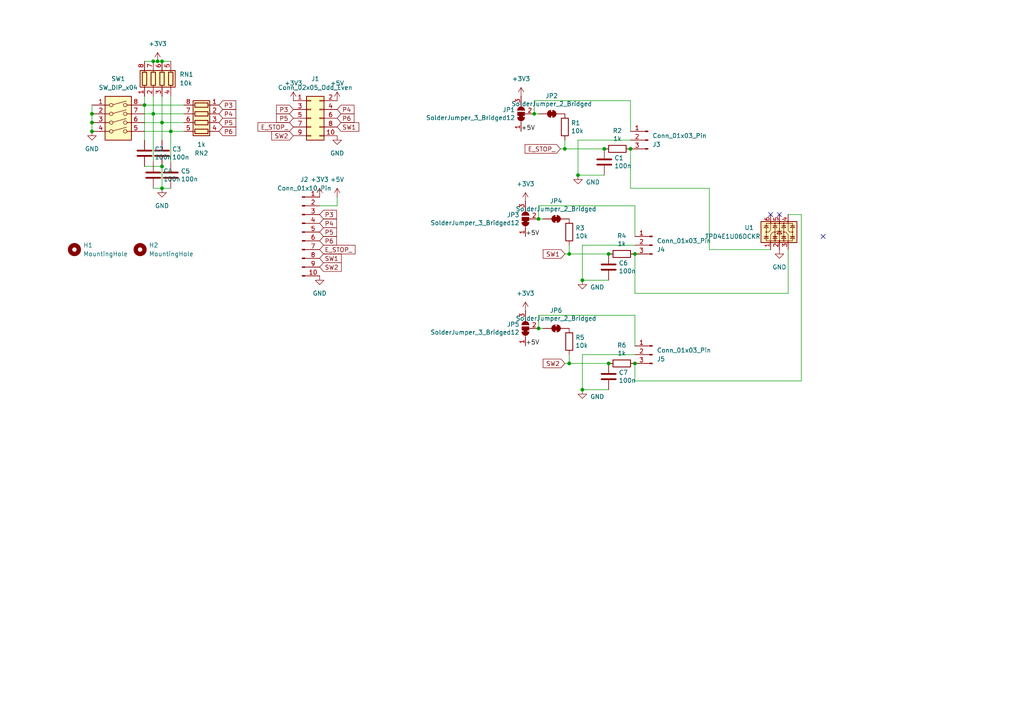
<source format=kicad_sch>
(kicad_sch (version 20231120) (generator "eeschema") (generator_version "8.0")
  (paper "A4")
  (lib_symbols
    (symbol "Connector:Conn_01x03_Pin" (pin_names (offset 1.016) hide)
      (property "Reference" "J" (at 0 5.08 0))
      (property "Value" "Conn_01x03_Pin" (at 0 -5.08 0))
      (symbol "Conn_01x03_Pin_1_1"
        (polyline (pts (xy 1.27 -2.54) (xy 0.8636 -2.54)) (stroke (width 0.1524)))
        (polyline (pts (xy 1.27 0) (xy 0.8636 0)) (stroke (width 0.1524)))
        (polyline (pts (xy 1.27 2.54) (xy 0.8636 2.54)) (stroke (width 0.1524)))
        (rectangle (start 0.8636 -2.413) (end 0 -2.667) (stroke (width 0.1524)) (fill (type outline)))
        (rectangle (start 0.8636 0.127) (end 0 -0.127) (stroke (width 0.1524)) (fill (type outline)))
        (rectangle (start 0.8636 2.667) (end 0 2.413) (stroke (width 0.1524)) (fill (type outline)))
        (pin passive line (at 5.08 2.54 180) (length 3.81) (name "Pin_1") (number "1"))
        (pin passive line (at 5.08 0 180) (length 3.81) (name "Pin_2") (number "2"))
        (pin passive line (at 5.08 -2.54 180) (length 3.81) (name "Pin_3") (number "3"))
      )
    )
    (symbol "Connector:Conn_01x10_Pin" (pin_names (offset 1.016) hide)
      (property "Reference" "J" (at 0 12.7 0))
      (property "Value" "Conn_01x10_Pin" (at 0 -15.24 0))
      (symbol "Conn_01x10_Pin_1_1"
        (polyline (pts (xy 1.27 -12.7) (xy 0.8636 -12.7)) (stroke (width 0.1524)))
        (polyline (pts (xy 1.27 -10.16) (xy 0.8636 -10.16)) (stroke (width 0.1524)))
        (polyline (pts (xy 1.27 -7.62) (xy 0.8636 -7.62)) (stroke (width 0.1524)))
        (polyline (pts (xy 1.27 -5.08) (xy 0.8636 -5.08)) (stroke (width 0.1524)))
        (polyline (pts (xy 1.27 -2.54) (xy 0.8636 -2.54)) (stroke (width 0.1524)))
        (polyline (pts (xy 1.27 0) (xy 0.8636 0)) (stroke (width 0.1524)))
        (polyline (pts (xy 1.27 2.54) (xy 0.8636 2.54)) (stroke (width 0.1524)))
        (polyline (pts (xy 1.27 5.08) (xy 0.8636 5.08)) (stroke (width 0.1524)))
        (polyline (pts (xy 1.27 7.62) (xy 0.8636 7.62)) (stroke (width 0.1524)))
        (polyline (pts (xy 1.27 10.16) (xy 0.8636 10.16)) (stroke (width 0.1524)))
        (rectangle (start 0.8636 -12.573) (end 0 -12.827) (stroke (width 0.1524)) (fill (type outline)))
        (rectangle (start 0.8636 -10.033) (end 0 -10.287) (stroke (width 0.1524)) (fill (type outline)))
        (rectangle (start 0.8636 -7.493) (end 0 -7.747) (stroke (width 0.1524)) (fill (type outline)))
        (rectangle (start 0.8636 -4.953) (end 0 -5.207) (stroke (width 0.1524)) (fill (type outline)))
        (rectangle (start 0.8636 -2.413) (end 0 -2.667) (stroke (width 0.1524)) (fill (type outline)))
        (rectangle (start 0.8636 0.127) (end 0 -0.127) (stroke (width 0.1524)) (fill (type outline)))
        (rectangle (start 0.8636 2.667) (end 0 2.413) (stroke (width 0.1524)) (fill (type outline)))
        (rectangle (start 0.8636 5.207) (end 0 4.953) (stroke (width 0.1524)) (fill (type outline)))
        (rectangle (start 0.8636 7.747) (end 0 7.493) (stroke (width 0.1524)) (fill (type outline)))
        (rectangle (start 0.8636 10.287) (end 0 10.033) (stroke (width 0.1524)) (fill (type outline)))
        (pin passive line (at 5.08 10.16 180) (length 3.81) (name "Pin_1") (number "1"))
        (pin passive line (at 5.08 -12.7 180) (length 3.81) (name "Pin_10") (number "10"))
        (pin passive line (at 5.08 7.62 180) (length 3.81) (name "Pin_2") (number "2"))
        (pin passive line (at 5.08 5.08 180) (length 3.81) (name "Pin_3") (number "3"))
        (pin passive line (at 5.08 2.54 180) (length 3.81) (name "Pin_4") (number "4"))
        (pin passive line (at 5.08 0 180) (length 3.81) (name "Pin_5") (number "5"))
        (pin passive line (at 5.08 -2.54 180) (length 3.81) (name "Pin_6") (number "6"))
        (pin passive line (at 5.08 -5.08 180) (length 3.81) (name "Pin_7") (number "7"))
        (pin passive line (at 5.08 -7.62 180) (length 3.81) (name "Pin_8") (number "8"))
        (pin passive line (at 5.08 -10.16 180) (length 3.81) (name "Pin_9") (number "9"))
      )
    )
    (symbol "Connector_Generic:Conn_02x05_Odd_Even" (pin_names (offset 1.016) hide)
      (property "Reference" "J" (at 1.27 7.62 0))
      (property "Value" "Conn_02x05_Odd_Even" (at 1.27 -7.62 0))
      (symbol "Conn_02x05_Odd_Even_1_1"
        (rectangle (start -1.27 -4.953) (end 0 -5.207) (stroke (width 0.1524)))
        (rectangle (start -1.27 -2.413) (end 0 -2.667) (stroke (width 0.1524)))
        (rectangle (start -1.27 0.127) (end 0 -0.127) (stroke (width 0.1524)))
        (rectangle (start -1.27 2.667) (end 0 2.413) (stroke (width 0.1524)))
        (rectangle (start -1.27 5.207) (end 0 4.953) (stroke (width 0.1524)))
        (rectangle (start -1.27 6.35) (end 3.81 -6.35) (stroke (width 0.254)) (fill (type background)))
        (rectangle (start 3.81 -4.953) (end 2.54 -5.207) (stroke (width 0.1524)))
        (rectangle (start 3.81 -2.413) (end 2.54 -2.667) (stroke (width 0.1524)))
        (rectangle (start 3.81 0.127) (end 2.54 -0.127) (stroke (width 0.1524)))
        (rectangle (start 3.81 2.667) (end 2.54 2.413) (stroke (width 0.1524)))
        (rectangle (start 3.81 5.207) (end 2.54 4.953) (stroke (width 0.1524)))
        (pin passive line (at -5.08 5.08 0) (length 3.81) (name "Pin_1") (number "1"))
        (pin passive line (at 7.62 -5.08 180) (length 3.81) (name "Pin_10") (number "10"))
        (pin passive line (at 7.62 5.08 180) (length 3.81) (name "Pin_2") (number "2"))
        (pin passive line (at -5.08 2.54 0) (length 3.81) (name "Pin_3") (number "3"))
        (pin passive line (at 7.62 2.54 180) (length 3.81) (name "Pin_4") (number "4"))
        (pin passive line (at -5.08 0 0) (length 3.81) (name "Pin_5") (number "5"))
        (pin passive line (at 7.62 0 180) (length 3.81) (name "Pin_6") (number "6"))
        (pin passive line (at -5.08 -2.54 0) (length 3.81) (name "Pin_7") (number "7"))
        (pin passive line (at 7.62 -2.54 180) (length 3.81) (name "Pin_8") (number "8"))
        (pin passive line (at -5.08 -5.08 0) (length 3.81) (name "Pin_9") (number "9"))
      )
    )
    (symbol "Device:C" (pin_numbers hide) (pin_names (offset 0.254))
      (property "Reference" "C" (at 0.635 2.54 0))
      (property "Value" "C" (at 0.635 -2.54 0))
      (symbol "C_0_1"
        (polyline (pts (xy -2.032 -0.762) (xy 2.032 -0.762)) (stroke (width 0.508)))
        (polyline (pts (xy -2.032 0.762) (xy 2.032 0.762)) (stroke (width 0.508)))
      )
      (symbol "C_1_1"
        (pin passive line (at 0 3.81 270) (length 2.794) (name "~") (number "1"))
        (pin passive line (at 0 -3.81 90) (length 2.794) (name "~") (number "2"))
      )
    )
    (symbol "Device:R" (pin_numbers hide) (pin_names (offset 0))
      (property "Reference" "R" (at 2.032 0 90))
      (property "Value" "R" (at 0 0 90))
      (symbol "R_0_1"
        (rectangle (start -1.016 -2.54) (end 1.016 2.54) (stroke (width 0.254)))
      )
      (symbol "R_1_1"
        (pin passive line (at 0 3.81 270) (length 1.27) (name "~") (number "1"))
        (pin passive line (at 0 -3.81 90) (length 1.27) (name "~") (number "2"))
      )
    )
    (symbol "Device:R_Pack04" (pin_names (offset 0) hide)
      (property "Reference" "RN" (at -7.62 0 90))
      (property "Value" "R_Pack04" (at 5.08 0 90))
      (symbol "R_Pack04_0_1"
        (rectangle (start -6.35 -2.413) (end 3.81 2.413) (stroke (width 0.254)) (fill (type background)))
        (rectangle (start -5.715 1.905) (end -4.445 -1.905) (stroke (width 0.254)))
        (rectangle (start -3.175 1.905) (end -1.905 -1.905) (stroke (width 0.254)))
        (rectangle (start -0.635 1.905) (end 0.635 -1.905) (stroke (width 0.254)))
        (polyline (pts (xy -5.08 -2.54) (xy -5.08 -1.905)))
        (polyline (pts (xy -5.08 1.905) (xy -5.08 2.54)))
        (polyline (pts (xy -2.54 -2.54) (xy -2.54 -1.905)))
        (polyline (pts (xy -2.54 1.905) (xy -2.54 2.54)))
        (polyline (pts (xy 0 -2.54) (xy 0 -1.905)))
        (polyline (pts (xy 0 1.905) (xy 0 2.54)))
        (polyline (pts (xy 2.54 -2.54) (xy 2.54 -1.905)))
        (polyline (pts (xy 2.54 1.905) (xy 2.54 2.54)))
        (rectangle (start 1.905 1.905) (end 3.175 -1.905) (stroke (width 0.254)))
      )
      (symbol "R_Pack04_1_1"
        (pin passive line (at -5.08 -5.08 90) (length 2.54) (name "R1.1") (number "1"))
        (pin passive line (at -2.54 -5.08 90) (length 2.54) (name "R2.1") (number "2"))
        (pin passive line (at 0 -5.08 90) (length 2.54) (name "R3.1") (number "3"))
        (pin passive line (at 2.54 -5.08 90) (length 2.54) (name "R4.1") (number "4"))
        (pin passive line (at 2.54 5.08 270) (length 2.54) (name "R4.2") (number "5"))
        (pin passive line (at 0 5.08 270) (length 2.54) (name "R3.2") (number "6"))
        (pin passive line (at -2.54 5.08 270) (length 2.54) (name "R2.2") (number "7"))
        (pin passive line (at -5.08 5.08 270) (length 2.54) (name "R1.2") (number "8"))
      )
    )
    (symbol "Jumper:SolderJumper_2_Bridged" (pin_numbers hide) (pin_names (offset 0) hide) (exclude_from_sim yes) (in_bom no)
      (property "Reference" "JP" (at 0 2.032 0))
      (property "Value" "SolderJumper_2_Bridged" (at 0 -2.54 0))
      (symbol "SolderJumper_2_Bridged_0_1"
        (rectangle (start -0.508 0.508) (end 0.508 -0.508) (fill (type outline)))
        (arc (start -0.254 1.016) (mid -1.2656 0) (end -0.254 -1.016))
        (arc (start -0.254 1.016) (mid -1.2656 0) (end -0.254 -1.016) (fill (type outline)))
        (polyline (pts (xy -0.254 1.016) (xy -0.254 -1.016)))
        (polyline (pts (xy 0.254 1.016) (xy 0.254 -1.016)))
        (arc (start 0.254 -1.016) (mid 1.2656 0) (end 0.254 1.016))
        (arc (start 0.254 -1.016) (mid 1.2656 0) (end 0.254 1.016) (fill (type outline)))
      )
      (symbol "SolderJumper_2_Bridged_1_1"
        (pin passive line (at -3.81 0 0) (length 2.54) (name "A") (number "1"))
        (pin passive line (at 3.81 0 180) (length 2.54) (name "B") (number "2"))
      )
    )
    (symbol "Mechanical:MountingHole" (pin_names (offset 1.016)) (exclude_from_sim yes) (in_bom no)
      (property "Reference" "H" (at 0 5.08 0))
      (property "Value" "MountingHole" (at 0 3.175 0))
      (symbol "MountingHole_0_1"
        (circle (center 0 0) (radius 1.27) (stroke (width 1.27)))
      )
    )
    (symbol "Power_Protection:NUP4202"
      (property "Reference" "U" (at -6.985 -2.54 0))
      (property "Value" "NUP4202" (at 6.35 1.27 90))
      (symbol "NUP4202_0_1"
        (rectangle (start -5.334 3.048) (end 5.08 -3.048) (stroke (width 0.254)) (fill (type background)))
        (circle (center -3.81 0) (radius 0.127))
        (circle (center -3.81 0) (radius 0.127))
        (circle (center -1.27 -2.54) (radius 0.127))
        (circle (center -1.27 -2.54) (radius 0.127))
        (circle (center -1.27 0) (radius 0.127))
        (circle (center -1.27 0) (radius 0.127))
        (circle (center -1.27 2.54) (radius 0.127))
        (circle (center -1.27 2.54) (radius 0.127))
        (circle (center 0 -2.54) (radius 0.127))
        (circle (center 0 -2.54) (radius 0.127))
        (polyline (pts (xy -4.445 -1.27) (xy -3.175 -1.27)))
        (polyline (pts (xy -4.445 -1.27) (xy -3.175 -1.27)))
        (polyline (pts (xy -4.445 1.905) (xy -3.175 1.905)))
        (polyline (pts (xy -3.81 -2.54) (xy -3.81 -0.635)))
        (polyline (pts (xy -3.81 -2.54) (xy 3.81 -2.54)))
        (polyline (pts (xy -3.81 -0.635) (xy -3.81 0.635)))
        (polyline (pts (xy -3.81 0.635) (xy -3.81 2.54)))
        (polyline (pts (xy -3.81 2.54) (xy 3.81 2.54)))
        (polyline (pts (xy -3.81 2.54) (xy 3.81 2.54)))
        (polyline (pts (xy -1.905 -1.27) (xy -0.635 -1.27)))
        (polyline (pts (xy -1.905 -1.27) (xy -0.635 -1.27)))
        (polyline (pts (xy -1.905 1.905) (xy -0.635 1.905)))
        (polyline (pts (xy -1.27 -2.54) (xy -1.27 -0.635)))
        (polyline (pts (xy -1.27 -2.54) (xy -1.27 -0.635)))
        (polyline (pts (xy -1.27 0.635) (xy -1.27 -0.635)))
        (polyline (pts (xy -1.27 0.635) (xy -1.27 2.54)))
        (polyline (pts (xy 0 -0.889) (xy 0 -3.81)))
        (polyline (pts (xy 0 -0.889) (xy 0 1.016)))
        (polyline (pts (xy 0 -0.889) (xy 0 1.016)))
        (polyline (pts (xy 0 1.016) (xy 0 3.81)))
        (polyline (pts (xy 0.635 -1.27) (xy 1.905 -1.27)))
        (polyline (pts (xy 0.635 -1.27) (xy 1.905 -1.27)))
        (polyline (pts (xy 0.635 1.905) (xy 1.905 1.905)))
        (polyline (pts (xy 1.27 -2.54) (xy 1.27 -0.635)))
        (polyline (pts (xy 1.27 -2.54) (xy 1.27 -0.635)))
        (polyline (pts (xy 1.27 0.635) (xy 1.27 -0.635)))
        (polyline (pts (xy 1.27 0.635) (xy 1.27 2.54)))
        (polyline (pts (xy 3.175 -1.27) (xy 4.445 -1.27)))
        (polyline (pts (xy 3.175 -1.27) (xy 4.445 -1.27)))
        (polyline (pts (xy 3.175 1.905) (xy 4.445 1.905)))
        (polyline (pts (xy 3.81 -2.54) (xy 3.81 -0.635)))
        (polyline (pts (xy 3.81 0.635) (xy 3.81 -0.635)))
        (polyline (pts (xy 3.81 0.635) (xy 3.81 2.54)))
        (polyline (pts (xy 0.762 0.254) (xy -0.762 0.254) (xy -0.762 0)))
        (polyline (pts (xy -4.445 -1.905) (xy -3.175 -1.905) (xy -3.81 -1.27) (xy -4.445 -1.905)))
        (polyline (pts (xy -4.445 1.27) (xy -3.175 1.27) (xy -3.81 1.905) (xy -4.445 1.27)))
        (polyline (pts (xy -2.54 -3.81) (xy -2.54 -0.762) (xy -1.905 0) (xy -1.27 0)))
        (polyline (pts (xy -2.54 3.81) (xy -2.54 0.635) (xy -3.048 0) (xy -3.937 0)))
        (polyline (pts (xy -1.905 -1.905) (xy -0.635 -1.905) (xy -1.27 -1.27) (xy -1.905 -1.905)))
        (polyline (pts (xy -1.905 1.27) (xy -0.635 1.27) (xy -1.27 1.905) (xy -1.905 1.27)))
        (polyline (pts (xy -0.762 -0.508) (xy 0.762 -0.508) (xy 0 0.254) (xy -0.762 -0.508)))
        (polyline (pts (xy -0.762 -0.508) (xy 0.762 -0.508) (xy 0 0.254) (xy -0.762 -0.508)))
        (polyline (pts (xy 0.635 -1.905) (xy 1.905 -1.905) (xy 1.27 -1.27) (xy 0.635 -1.905)))
        (polyline (pts (xy 0.635 1.27) (xy 1.905 1.27) (xy 1.27 1.905) (xy 0.635 1.27)))
        (polyline (pts (xy 2.54 -3.81) (xy 2.54 -0.762) (xy 1.905 0) (xy 1.143 0)))
        (polyline (pts (xy 2.54 3.81) (xy 2.54 0.508) (xy 2.921 0) (xy 3.81 0)))
        (polyline (pts (xy 3.175 -1.905) (xy 4.445 -1.905) (xy 3.81 -1.27) (xy 3.175 -1.905)))
        (polyline (pts (xy 3.175 1.27) (xy 4.445 1.27) (xy 3.81 1.905) (xy 3.175 1.27)))
        (circle (center 0 2.54) (radius 0.127))
        (circle (center 0 2.54) (radius 0.127))
        (circle (center 1.27 -2.54) (radius 0.127))
        (circle (center 1.27 -2.54) (radius 0.127))
        (circle (center 1.27 0) (radius 0.127))
        (circle (center 1.27 0) (radius 0.127))
        (circle (center 1.27 2.54) (radius 0.127))
        (circle (center 1.27 2.54) (radius 0.127))
        (circle (center 3.81 0) (radius 0.127))
        (circle (center 3.81 0) (radius 0.127))
      )
      (symbol "NUP4202_1_1"
        (pin passive line (at -2.54 -5.08 90) (length 2.54) (name "~") (number "1"))
        (pin passive line (at 0 -5.08 90) (length 2.54) (name "~") (number "2"))
        (pin passive line (at 2.54 -5.08 90) (length 2.54) (name "~") (number "3"))
        (pin passive line (at 2.54 5.08 270) (length 2.54) (name "~") (number "4"))
        (pin passive line (at 0 5.08 270) (length 2.54) (name "~") (number "5"))
        (pin passive line (at -2.54 5.08 270) (length 2.54) (name "~") (number "6"))
      )
    )
    (symbol "Switch:SW_DIP_x04" (pin_names (offset 0) hide)
      (property "Reference" "SW" (at 0 8.89 0))
      (property "Value" "SW_DIP_x04" (at 0 -6.35 0))
      (symbol "SW_DIP_x04_0_0"
        (circle (center -2.032 -2.54) (radius 0.508))
        (circle (center -2.032 0) (radius 0.508))
        (circle (center -2.032 2.54) (radius 0.508))
        (circle (center -2.032 5.08) (radius 0.508))
        (polyline (pts (xy -1.524 -2.3876) (xy 2.3622 -1.3462)))
        (polyline (pts (xy -1.524 0.127) (xy 2.3622 1.1684)))
        (polyline (pts (xy -1.524 2.667) (xy 2.3622 3.7084)))
        (polyline (pts (xy -1.524 5.207) (xy 2.3622 6.2484)))
        (circle (center 2.032 -2.54) (radius 0.508))
        (circle (center 2.032 0) (radius 0.508))
        (circle (center 2.032 2.54) (radius 0.508))
        (circle (center 2.032 5.08) (radius 0.508))
      )
      (symbol "SW_DIP_x04_0_1"
        (rectangle (start -3.81 7.62) (end 3.81 -5.08) (stroke (width 0.254)) (fill (type background)))
      )
      (symbol "SW_DIP_x04_1_1"
        (pin passive line (at -7.62 5.08 0) (length 5.08) (name "~") (number "1"))
        (pin passive line (at -7.62 2.54 0) (length 5.08) (name "~") (number "2"))
        (pin passive line (at -7.62 0 0) (length 5.08) (name "~") (number "3"))
        (pin passive line (at -7.62 -2.54 0) (length 5.08) (name "~") (number "4"))
        (pin passive line (at 7.62 -2.54 180) (length 5.08) (name "~") (number "5"))
        (pin passive line (at 7.62 0 180) (length 5.08) (name "~") (number "6"))
        (pin passive line (at 7.62 2.54 180) (length 5.08) (name "~") (number "7"))
        (pin passive line (at 7.62 5.08 180) (length 5.08) (name "~") (number "8"))
      )
    )
    (symbol "power:+3V3" (power) (pin_numbers hide) (pin_names (offset 0) hide)
      (property "Value" "+3V3" (at 0 3.556 0))
      (symbol "+3V3_0_1"
        (polyline (pts (xy -0.762 1.27) (xy 0 2.54)))
        (polyline (pts (xy 0 0) (xy 0 2.54)))
        (polyline (pts (xy 0 2.54) (xy 0.762 1.27)))
      )
      (symbol "+3V3_1_1"
        (pin power_in line (at 0 0 90) (length 0) (name "~") (number "1"))
      )
    )
    (symbol "power:+5V" (power) (pin_numbers hide) (pin_names (offset 0) hide)
      (property "Value" "+5V" (at 0 3.556 0))
      (symbol "+5V_0_1"
        (polyline (pts (xy -0.762 1.27) (xy 0 2.54)))
        (polyline (pts (xy 0 0) (xy 0 2.54)))
        (polyline (pts (xy 0 2.54) (xy 0.762 1.27)))
      )
      (symbol "+5V_1_1"
        (pin power_in line (at 0 0 90) (length 0) (name "~") (number "1"))
      )
    )
    (symbol "power:GND" (power) (pin_numbers hide) (pin_names (offset 0) hide)
      (property "Value" "GND" (at 0 -3.81 0))
      (symbol "GND_0_1"
        (polyline (pts (xy 0 0) (xy 0 -1.27) (xy 1.27 -1.27) (xy 0 -2.54) (xy -1.27 -1.27) (xy 0 -1.27)))
      )
      (symbol "GND_1_1"
        (pin power_in line (at 0 0 270) (length 0) (name "~") (number "1"))
      )
    )
    (symbol "smoothiev2-prime-rescue:SolderJumper_3_Bridged12-Jumper" (pin_names (offset 0) hide)
      (property "Reference" "JP" (at -2.54 -2.54 0))
      (property "Value" "Jumper_SolderJumper_3_Bridged12" (at 0 2.794 0))
      (symbol "SolderJumper_3_Bridged12-Jumper_0_1"
        (rectangle (start -1.016 0.508) (end -0.508 -0.508) (fill (type outline)))
        (arc (start -1.016 1.016) (mid -2.032 0) (end -1.016 -1.016))
        (arc (start -1.016 1.016) (mid -2.032 0) (end -1.016 -1.016) (fill (type outline)))
        (rectangle (start -0.508 1.016) (end 0.508 -1.016) (fill (type outline)))
        (polyline (pts (xy -2.54 0) (xy -2.032 0)))
        (polyline (pts (xy -1.016 1.016) (xy -1.016 -1.016)))
        (polyline (pts (xy 0 -1.27) (xy 0 -1.016)))
        (polyline (pts (xy 1.016 1.016) (xy 1.016 -1.016)))
        (polyline (pts (xy 2.54 0) (xy 2.032 0)))
        (arc (start 1.016 -1.016) (mid 2.032 0) (end 1.016 1.016))
        (arc (start 1.016 -1.016) (mid 2.032 0) (end 1.016 1.016) (fill (type outline)))
      )
      (symbol "SolderJumper_3_Bridged12-Jumper_1_1"
        (pin passive line (at -5.08 0 0) (length 2.54) (name "A") (number "1"))
        (pin input line (at 0 -3.81 90) (length 2.54) (name "C") (number "2"))
        (pin passive line (at 5.08 0 180) (length 2.54) (name "B") (number "3"))
      )
    )
  )
  (junction (at 175.26 43.18))
  (junction (at 167.64 50.8))
  (junction (at 156.21 63.5))
  (junction (at 168.91 81.28))
  (junction (at 46.99 17.78))
  (junction (at 163.83 43.18))
  (junction (at 44.45 17.78))
  (junction (at 46.99 54.61))
  (junction (at 46.99 48.26))
  (junction (at 156.21 95.25))
  (junction (at 49.53 38.1))
  (junction (at 184.15 73.66))
  (junction (at 26.67 33.02))
  (junction (at 44.45 33.02))
  (junction (at 165.1 105.41))
  (junction (at 46.99 35.56))
  (junction (at 154.94 33.02))
  (junction (at 184.15 105.41))
  (junction (at 176.53 105.41))
  (junction (at 45.72 17.78))
  (junction (at 26.67 38.1))
  (junction (at 168.91 113.03))
  (junction (at 26.67 35.56))
  (junction (at 165.1 73.66))
  (junction (at 176.53 73.66))
  (junction (at 182.88 43.18))
  (junction (at 41.91 30.48))
  (no_connect (at 226.06 62.23))
  (no_connect (at 238.76 68.58))
  (no_connect (at 223.52 62.23))
  (wire (pts (xy 154.94 33.02) (xy 154.94 29.21)))
  (wire (pts (xy 45.72 17.78) (xy 46.99 17.78)))
  (wire (pts (xy 165.1 73.66) (xy 163.83 73.66)))
  (wire (pts (xy 163.83 43.18) (xy 162.56 43.18)))
  (wire (pts (xy 156.21 91.44) (xy 184.15 91.44)))
  (wire (pts (xy 44.45 33.02) (xy 44.45 46.99)))
  (wire (pts (xy 228.6 85.09) (xy 184.15 85.09)))
  (wire (pts (xy 44.45 33.02) (xy 53.34 33.02)))
  (wire (pts (xy 44.45 54.61) (xy 46.99 54.61)))
  (wire (pts (xy 41.91 48.26) (xy 46.99 48.26)))
  (wire (pts (xy 49.53 27.94) (xy 49.53 38.1)))
  (wire (pts (xy 44.45 27.94) (xy 44.45 33.02)))
  (wire (pts (xy 92.71 59.69) (xy 97.79 59.69)))
  (wire (pts (xy 41.91 30.48) (xy 53.34 30.48)))
  (wire (pts (xy 49.53 38.1) (xy 53.34 38.1)))
  (wire (pts (xy 167.64 40.64) (xy 167.64 50.8)))
  (wire (pts (xy 184.15 110.49) (xy 232.41 110.49)))
  (wire (pts (xy 184.15 85.09) (xy 184.15 73.66)))
  (wire (pts (xy 46.99 35.56) (xy 46.99 40.64)))
  (wire (pts (xy 46.99 54.61) (xy 49.53 54.61)))
  (wire (pts (xy 44.45 17.78) (xy 45.72 17.78)))
  (wire (pts (xy 156.21 63.5) (xy 156.21 59.69)))
  (wire (pts (xy 228.6 72.39) (xy 228.6 85.09)))
  (wire (pts (xy 223.52 72.39) (xy 205.74 72.39)))
  (wire (pts (xy 182.88 54.61) (xy 205.74 54.61)))
  (wire (pts (xy 175.26 50.8) (xy 167.64 50.8)))
  (wire (pts (xy 26.67 35.56) (xy 26.67 38.1)))
  (wire (pts (xy 41.91 30.48) (xy 41.91 40.64)))
  (wire (pts (xy 232.41 62.23) (xy 228.6 62.23)))
  (wire (pts (xy 165.1 105.41) (xy 176.53 105.41)))
  (wire (pts (xy 205.74 54.61) (xy 205.74 72.39)))
  (wire (pts (xy 49.53 38.1) (xy 41.91 38.1)))
  (wire (pts (xy 154.94 29.21) (xy 182.88 29.21)))
  (wire (pts (xy 97.79 59.69) (xy 97.79 57.15)))
  (wire (pts (xy 182.88 43.18) (xy 182.88 54.61)))
  (wire (pts (xy 168.91 102.87) (xy 168.91 113.03)))
  (wire (pts (xy 176.53 81.28) (xy 168.91 81.28)))
  (wire (pts (xy 168.91 71.12) (xy 184.15 71.12)))
  (wire (pts (xy 154.94 33.02) (xy 156.21 33.02)))
  (wire (pts (xy 163.83 43.18) (xy 175.26 43.18)))
  (wire (pts (xy 46.99 35.56) (xy 41.91 35.56)))
  (wire (pts (xy 44.45 33.02) (xy 41.91 33.02)))
  (wire (pts (xy 156.21 95.25) (xy 156.21 91.44)))
  (wire (pts (xy 165.1 105.41) (xy 163.83 105.41)))
  (wire (pts (xy 167.64 40.64) (xy 182.88 40.64)))
  (wire (pts (xy 49.53 38.1) (xy 49.53 46.99)))
  (wire (pts (xy 46.99 17.78) (xy 49.53 17.78)))
  (wire (pts (xy 232.41 62.23) (xy 232.41 110.49)))
  (wire (pts (xy 184.15 59.69) (xy 184.15 68.58)))
  (wire (pts (xy 156.21 59.69) (xy 184.15 59.69)))
  (wire (pts (xy 46.99 27.94) (xy 46.99 35.56)))
  (wire (pts (xy 176.53 113.03) (xy 168.91 113.03)))
  (wire (pts (xy 156.21 63.5) (xy 157.48 63.5)))
  (wire (pts (xy 26.67 30.48) (xy 26.67 33.02)))
  (wire (pts (xy 184.15 105.41) (xy 184.15 110.49)))
  (wire (pts (xy 165.1 73.66) (xy 176.53 73.66)))
  (wire (pts (xy 168.91 71.12) (xy 168.91 81.28)))
  (wire (pts (xy 182.88 29.21) (xy 182.88 38.1)))
  (wire (pts (xy 163.83 40.64) (xy 163.83 43.18)))
  (wire (pts (xy 184.15 91.44) (xy 184.15 100.33)))
  (wire (pts (xy 168.91 102.87) (xy 184.15 102.87)))
  (wire (pts (xy 41.91 17.78) (xy 44.45 17.78)))
  (wire (pts (xy 156.21 95.25) (xy 157.48 95.25)))
  (wire (pts (xy 165.1 102.87) (xy 165.1 105.41)))
  (wire (pts (xy 46.99 35.56) (xy 53.34 35.56)))
  (wire (pts (xy 46.99 48.26) (xy 46.99 54.61)))
  (wire (pts (xy 26.67 33.02) (xy 26.67 35.56)))
  (wire (pts (xy 41.91 27.94) (xy 41.91 30.48)))
  (wire (pts (xy 165.1 71.12) (xy 165.1 73.66)))
  (label "+5V" (at 152.4 100.33 0))
  (label "+5V" (at 151.13 38.1 0))
  (label "+5V" (at 152.4 68.58 0))
  (global_label "E_STOP_" (shape input) (at 162.56 43.18 180) (property "Intersheetrefs" "${INTERSHEET_REFS}" (effects (hide yes))))
  (global_label "P3" (shape input) (at 85.09 31.75 180) (property "Intersheetrefs" "${INTERSHEET_REFS}" (effects (hide yes))))
  (global_label "E_STOP_" (shape input) (at 85.09 36.83 180) (property "Intersheetrefs" "${INTERSHEET_REFS}" (effects (hide yes))))
  (global_label "P5" (shape input) (at 63.5 35.56 0) (property "Intersheetrefs" "${INTERSHEET_REFS}" (effects (hide yes))))
  (global_label "P4" (shape input) (at 63.5 33.02 0) (property "Intersheetrefs" "${INTERSHEET_REFS}" (effects (hide yes))))
  (global_label "SW2" (shape input) (at 92.71 77.47 0) (property "Intersheetrefs" "${INTERSHEET_REFS}" (effects (hide yes))))
  (global_label "SW1" (shape input) (at 163.83 73.66 180) (property "Intersheetrefs" "${INTERSHEET_REFS}" (effects (hide yes))))
  (global_label "P4" (shape input) (at 92.71 64.77 0) (property "Intersheetrefs" "${INTERSHEET_REFS}" (effects (hide yes))))
  (global_label "P5" (shape input) (at 85.09 34.29 180) (property "Intersheetrefs" "${INTERSHEET_REFS}" (effects (hide yes))))
  (global_label "SW1" (shape input) (at 92.71 74.93 0) (property "Intersheetrefs" "${INTERSHEET_REFS}" (effects (hide yes))))
  (global_label "P6" (shape input) (at 97.79 34.29 0) (property "Intersheetrefs" "${INTERSHEET_REFS}" (effects (hide yes))))
  (global_label "SW1" (shape input) (at 97.79 36.83 0) (property "Intersheetrefs" "${INTERSHEET_REFS}" (effects (hide yes))))
  (global_label "P3" (shape input) (at 63.5 30.48 0) (property "Intersheetrefs" "${INTERSHEET_REFS}" (effects (hide yes))))
  (global_label "E_STOP_" (shape input) (at 92.71 72.39 0) (property "Intersheetrefs" "${INTERSHEET_REFS}" (effects (hide yes))))
  (global_label "P6" (shape input) (at 92.71 69.85 0) (property "Intersheetrefs" "${INTERSHEET_REFS}" (effects (hide yes))))
  (global_label "P4" (shape input) (at 97.79 31.75 0) (property "Intersheetrefs" "${INTERSHEET_REFS}" (effects (hide yes))))
  (global_label "SW2" (shape input) (at 163.83 105.41 180) (property "Intersheetrefs" "${INTERSHEET_REFS}" (effects (hide yes))))
  (global_label "P5" (shape input) (at 92.71 67.31 0) (property "Intersheetrefs" "${INTERSHEET_REFS}" (effects (hide yes))))
  (global_label "SW2" (shape input) (at 85.09 39.37 180) (property "Intersheetrefs" "${INTERSHEET_REFS}" (effects (hide yes))))
  (global_label "P6" (shape input) (at 63.5 38.1 0) (property "Intersheetrefs" "${INTERSHEET_REFS}" (effects (hide yes))))
  (global_label "P3" (shape input) (at 92.71 62.23 0) (property "Intersheetrefs" "${INTERSHEET_REFS}" (effects (hide yes))))
  (symbol (lib_id "Device:C") (at 49.53 50.8 0) (unit 1)
    (property "Reference" "C5" (at 52.451 49.6316 0) (effects (justify left)))
    (property "Value" "100n" (at 52.451 51.943 0) (effects (justify left)))
    (property "Footprint" "Capacitor_SMD:C_0402_1005Metric" (effects (hide yes)))
  )
  (symbol (lib_id "power:GND") (at 92.71 80.01 0) (unit 1)
    (property "Reference" "#PWR8" (effects (hide yes)))
    (property "Value" "GND" (at 92.71 85.09 0))
    (property "Description" "Power symbol creates a global label with name \"GND\" , ground" (effects (hide yes)))
  )
  (symbol (lib_id "Device:C") (at 176.53 77.47 0) (unit 1)
    (property "Reference" "C6" (at 179.451 76.3016 0) (effects (justify left)))
    (property "Value" "100n" (at 179.451 78.613 0) (effects (justify left)))
    (property "Footprint" "Capacitor_SMD:C_0402_1005Metric" (effects (hide yes)))
  )
  (symbol (lib_id "power:GND") (at 168.91 81.28 0) (unit 1)
    (property "Reference" "#PWR13" (effects (hide yes)))
    (property "Value" "GND" (at 173.228 83.312 0))
    (property "Description" "Power symbol creates a global label with name \"GND\" , ground" (effects (hide yes)))
  )
  (symbol (lib_id "Device:C") (at 46.99 44.45 0) (unit 1)
    (property "Reference" "C3" (at 49.911 43.2816 0) (effects (justify left)))
    (property "Value" "100n" (at 49.911 45.593 0) (effects (justify left)))
    (property "Footprint" "Capacitor_SMD:C_0402_1005Metric" (effects (hide yes)))
  )
  (symbol (lib_id "Device:C") (at 175.26 46.99 0) (unit 1)
    (property "Reference" "C1" (at 178.181 45.8216 0) (effects (justify left)))
    (property "Value" "100n" (at 178.181 48.133 0) (effects (justify left)))
    (property "Footprint" "Capacitor_SMD:C_0402_1005Metric" (effects (hide yes)))
  )
  (symbol (lib_id "Mechanical:MountingHole") (at 40.64 72.39 0) (unit 1) (exclude_from_sim yes) (in_bom no)
    (property "Reference" "H2" (at 43.18 71.1199 0) (effects (justify left)))
    (property "Value" "MountingHole" (at 43.18 73.6599 0) (effects (justify left)))
    (property "Footprint" "MountingHole:MountingHole_3.2mm_M3" (effects (hide yes)))
    (property "Description" "Mounting Hole without connection" (effects (hide yes)))
  )
  (symbol (lib_id "Device:C") (at 176.53 109.22 0) (unit 1)
    (property "Reference" "C7" (at 179.451 108.0516 0) (effects (justify left)))
    (property "Value" "100n" (at 179.451 110.363 0) (effects (justify left)))
    (property "Footprint" "Capacitor_SMD:C_0402_1005Metric" (effects (hide yes)))
  )
  (symbol (lib_id "Device:R") (at 165.1 99.06 0) (unit 1)
    (property "Reference" "R5" (at 166.878 97.8916 0) (effects (justify left)))
    (property "Value" "10k" (at 166.878 100.203 0) (effects (justify left)))
    (property "Footprint" "Resistor_SMD:R_0402_1005Metric" (effects (hide yes)))
  )
  (symbol (lib_id "Device:C") (at 41.91 44.45 0) (unit 1)
    (property "Reference" "C2" (at 44.831 43.2816 0) (effects (justify left)))
    (property "Value" "100n" (at 44.831 45.593 0) (effects (justify left)))
    (property "Footprint" "Capacitor_SMD:C_0402_1005Metric" (effects (hide yes)))
  )
  (symbol (lib_id "Device:R") (at 180.34 73.66 270) (unit 1)
    (property "Reference" "R4" (at 180.34 68.4022 90))
    (property "Value" "1k" (at 180.34 70.7136 90))
    (property "Footprint" "Resistor_SMD:R_0402_1005Metric" (effects (hide yes)))
  )
  (symbol (lib_id "Jumper:SolderJumper_2_Bridged") (at 161.29 63.5 0) (unit 1)
    (property "Reference" "JP4" (at 161.29 58.293 0))
    (property "Value" "SolderJumper_2_Bridged" (at 161.29 60.6044 0))
    (property "Footprint" "Jumper:SolderJumper-2_P1.3mm_Bridged2Bar_RoundedPad1.0x1.5mm" (effects (hide yes)))
  )
  (symbol (lib_id "Device:R") (at 163.83 36.83 0) (unit 1)
    (property "Reference" "R1" (at 165.608 35.6616 0) (effects (justify left)))
    (property "Value" "10k" (at 165.608 37.973 0) (effects (justify left)))
    (property "Footprint" "Resistor_SMD:R_0402_1005Metric" (effects (hide yes)))
  )
  (symbol (lib_id "Jumper:SolderJumper_2_Bridged") (at 160.02 33.02 0) (unit 1)
    (property "Reference" "JP2" (at 160.02 27.813 0))
    (property "Value" "SolderJumper_2_Bridged" (at 160.02 30.1244 0))
    (property "Footprint" "Jumper:SolderJumper-2_P1.3mm_Bridged2Bar_RoundedPad1.0x1.5mm" (effects (hide yes)))
  )
  (symbol (lib_id "Device:C") (at 44.45 50.8 0) (unit 1)
    (property "Reference" "C4" (at 47.371 49.6316 0) (effects (justify left)))
    (property "Value" "100n" (at 47.371 51.943 0) (effects (justify left)))
    (property "Footprint" "Capacitor_SMD:C_0402_1005Metric" (effects (hide yes)))
  )
  (symbol (lib_id "Device:R") (at 165.1 67.31 0) (unit 1)
    (property "Reference" "R3" (at 166.878 66.1416 0) (effects (justify left)))
    (property "Value" "10k" (at 166.878 68.453 0) (effects (justify left)))
    (property "Footprint" "Resistor_SMD:R_0402_1005Metric" (effects (hide yes)))
  )
  (symbol (lib_id "power:GND") (at 26.67 38.1 0) (unit 1)
    (property "Reference" "#PWR4" (effects (hide yes)))
    (property "Value" "GND" (at 26.67 43.18 0))
    (property "Description" "Power symbol creates a global label with name \"GND\" , ground" (effects (hide yes)))
  )
  (symbol (lib_id "Connector:Conn_01x10_Pin") (at 87.63 67.31 0) (unit 1)
    (property "Reference" "J2" (at 88.265 52.07 0))
    (property "Value" "Conn_01x10_Pin" (at 88.265 54.61 0))
    (property "Footprint" "Connector_PinHeader_2.54mm:PinHeader_1x10_P2.54mm_Vertical" (effects (hide yes)))
    (property "Description" "Generic connector, single row, 01x10, script generated" (effects (hide yes)))
  )
  (symbol (lib_id "Connector:Conn_01x03_Pin") (at 189.23 71.12 0) (mirror y) (unit 1)
    (property "Reference" "J4" (at 190.5 72.3901 0) (effects (justify right)))
    (property "Value" "Conn_01x03_Pin" (at 190.5 69.8501 0) (effects (justify right)))
    (property "Footprint" "Connector_Molex:Molex_KK-254_AE-6410-03A_1x03_P2.54mm_Vertical" (effects (hide yes)))
    (property "Description" "Generic connector, single row, 01x03, script generated" (effects (hide yes)))
  )
  (symbol (lib_id "Device:R") (at 179.07 43.18 270) (unit 1)
    (property "Reference" "R2" (at 179.07 37.9222 90))
    (property "Value" "1k" (at 179.07 40.2336 90))
    (property "Footprint" "Resistor_SMD:R_0402_1005Metric" (effects (hide yes)))
  )
  (symbol (lib_id "power:GND") (at 97.79 39.37 0) (unit 1)
    (property "Reference" "#PWR3" (effects (hide yes)))
    (property "Value" "GND" (at 97.79 44.45 0))
    (property "Description" "Power symbol creates a global label with name \"GND\" , ground" (effects (hide yes)))
  )
  (symbol (lib_id "power:+3V3") (at 152.4 90.17 0) (unit 1)
    (property "Reference" "#PWR14" (effects (hide yes)))
    (property "Value" "+3V3" (at 152.4 85.09 0))
    (property "Description" "Power symbol creates a global label with name \"+3V3\"" (effects (hide yes)))
  )
  (symbol (lib_id "power:+3V3") (at 151.13 27.94 0) (unit 1)
    (property "Reference" "#PWR9" (effects (hide yes)))
    (property "Value" "+3V3" (at 151.13 22.86 0))
    (property "Description" "Power symbol creates a global label with name \"+3V3\"" (effects (hide yes)))
  )
  (symbol (lib_id "Switch:SW_DIP_x04") (at 34.29 35.56 0) (unit 1)
    (property "Reference" "SW1" (at 34.29 22.86 0))
    (property "Value" "SW_DIP_x04" (at 34.29 25.4 0))
    (property "Footprint" "Button_Switch_THT:SW_DIP_SPSTx04_Slide_9.78x12.34mm_W7.62mm_P2.54mm" (effects (hide yes)))
    (property "Description" "4x DIP Switch, Single Pole Single Throw (SPST) switch, small symbol" (effects (hide yes)))
  )
  (symbol (lib_id "Device:R") (at 180.34 105.41 270) (unit 1)
    (property "Reference" "R6" (at 180.34 100.1522 90))
    (property "Value" "1k" (at 180.34 102.4636 90))
    (property "Footprint" "Resistor_SMD:R_0402_1005Metric" (effects (hide yes)))
  )
  (symbol (lib_id "power:+3V3") (at 92.71 57.15 0) (unit 1)
    (property "Reference" "#PWR6" (effects (hide yes)))
    (property "Value" "+3V3" (at 92.71 52.07 0))
    (property "Description" "Power symbol creates a global label with name \"+3V3\"" (effects (hide yes)))
  )
  (symbol (lib_id "power:+3V3") (at 45.72 17.78 0) (unit 1)
    (property "Reference" "#PWR5" (effects (hide yes)))
    (property "Value" "+3V3" (at 45.72 12.7 0))
    (property "Description" "Power symbol creates a global label with name \"+3V3\"" (effects (hide yes)))
  )
  (symbol (lib_id "power:GND") (at 226.06 72.39 0) (unit 1)
    (property "Reference" "#PWR16" (effects (hide yes)))
    (property "Value" "GND" (at 226.06 77.47 0))
    (property "Description" "Power symbol creates a global label with name \"GND\" , ground" (effects (hide yes)))
  )
  (symbol (lib_id "power:+5V") (at 97.79 29.21 0) (unit 1)
    (property "Reference" "#PWR2" (effects (hide yes)))
    (property "Value" "+5V" (at 97.79 24.13 0))
    (property "Description" "Power symbol creates a global label with name \"+5V\"" (effects (hide yes)))
  )
  (symbol (lib_id "power:GND") (at 46.99 54.61 0) (unit 1)
    (property "Reference" "#PWR11" (effects (hide yes)))
    (property "Value" "GND" (at 46.99 59.69 0))
    (property "Description" "Power symbol creates a global label with name \"GND\" , ground" (effects (hide yes)))
  )
  (symbol (lib_id "Device:R_Pack04") (at 58.42 35.56 90) (mirror x) (unit 1)
    (property "Reference" "RN2" (at 58.42 44.45 90))
    (property "Value" "1k" (at 58.42 41.91 90))
    (property "Footprint" "Resistor_SMD:R_Array_Concave_4x0603" (effects (hide yes)))
    (property "Description" "4 resistor network, parallel topology" (effects (hide yes)))
  )
  (symbol (lib_id "smoothiev2-prime-rescue:SolderJumper_3_Bridged12-Jumper") (at 152.4 95.25 90) (unit 1)
    (property "Reference" "JP5" (at 150.6728 94.0816 90) (effects (justify left)))
    (property "Value" "SolderJumper_3_Bridged12" (at 150.6728 96.393 90) (effects (justify left)))
    (property "Footprint" "Jumper:SolderJumper-3_P1.3mm_Bridged12_RoundedPad1.0x1.5mm" (effects (hide yes)))
  )
  (symbol (lib_id "Mechanical:MountingHole") (at 21.59 72.39 0) (unit 1) (exclude_from_sim yes) (in_bom no)
    (property "Reference" "H1" (at 24.13 71.1199 0) (effects (justify left)))
    (property "Value" "MountingHole" (at 24.13 73.6599 0) (effects (justify left)))
    (property "Footprint" "MountingHole:MountingHole_3.2mm_M3" (effects (hide yes)))
    (property "Description" "Mounting Hole without connection" (effects (hide yes)))
  )
  (symbol (lib_id "power:+3V3") (at 85.09 29.21 0) (unit 1)
    (property "Reference" "#PWR1" (effects (hide yes)))
    (property "Value" "+3V3" (at 85.09 24.13 0))
    (property "Description" "Power symbol creates a global label with name \"+3V3\"" (effects (hide yes)))
  )
  (symbol (lib_id "Connector_Generic:Conn_02x05_Odd_Even") (at 90.17 34.29 0) (unit 1)
    (property "Reference" "J1" (at 91.44 22.86 0))
    (property "Value" "Conn_02x05_Odd_Even" (at 91.44 25.4 0))
    (property "Footprint" "Connector_PinHeader_1.27mm:PinHeader_2x05_P1.27mm_Vertical_SMD" (effects (hide yes)))
    (property "Description" "Generic connector, double row, 02x05, odd/even pin numbering scheme (row 1 odd numbers, row 2 even numbers), script generated (kicad-library-utils/schlib/autogen/connector/)" (effects (hide yes)))
  )
  (symbol (lib_id "Jumper:SolderJumper_2_Bridged") (at 161.29 95.25 0) (unit 1)
    (property "Reference" "JP6" (at 161.29 90.043 0))
    (property "Value" "SolderJumper_2_Bridged" (at 161.29 92.3544 0))
    (property "Footprint" "Jumper:SolderJumper-2_P1.3mm_Bridged2Bar_RoundedPad1.0x1.5mm" (effects (hide yes)))
  )
  (symbol (lib_id "Device:R_Pack04") (at 46.99 22.86 0) (unit 1)
    (property "Reference" "RN1" (at 52.07 21.5899 0) (effects (justify left)))
    (property "Value" "10k" (at 52.07 24.1299 0) (effects (justify left)))
    (property "Footprint" "Resistor_SMD:R_Array_Concave_4x0603" (effects (hide yes)))
    (property "Description" "4 resistor network, parallel topology" (effects (hide yes)))
  )
  (symbol (lib_id "Power_Protection:NUP4202") (at 226.06 67.31 0) (unit 1)
    (property "Reference" "U1" (at 215.9 66.04 0) (effects (justify left)))
    (property "Value" "TPD4E1U06DCKR" (at 204.47 68.58 0) (effects (justify left)))
    (property "Footprint" "Package_TO_SOT_SMD:SOT-363_SC-70-6" (effects (hide yes)))
    (property "Datasheet" "http://www.onsemi.com/pub_link/Collateral/NUP4202W1-D.PDF" (effects (hide yes)))
  )
  (symbol (lib_id "power:+3V3") (at 152.4 58.42 0) (unit 1)
    (property "Reference" "#PWR12" (effects (hide yes)))
    (property "Value" "+3V3" (at 152.4 53.34 0))
    (property "Description" "Power symbol creates a global label with name \"+3V3\"" (effects (hide yes)))
  )
  (symbol (lib_id "Connector:Conn_01x03_Pin") (at 187.96 40.64 0) (mirror y) (unit 1)
    (property "Reference" "J3" (at 189.23 41.9101 0) (effects (justify right)))
    (property "Value" "Conn_01x03_Pin" (at 189.23 39.3701 0) (effects (justify right)))
    (property "Footprint" "Connector_Molex:Molex_KK-254_AE-6410-03A_1x03_P2.54mm_Vertical" (effects (hide yes)))
    (property "Description" "Generic connector, single row, 01x03, script generated" (effects (hide yes)))
  )
  (symbol (lib_id "power:GND") (at 167.64 50.8 0) (unit 1)
    (property "Reference" "#PWR10" (effects (hide yes)))
    (property "Value" "GND" (at 171.958 52.832 0))
    (property "Description" "Power symbol creates a global label with name \"GND\" , ground" (effects (hide yes)))
  )
  (symbol (lib_id "smoothiev2-prime-rescue:SolderJumper_3_Bridged12-Jumper") (at 152.4 63.5 90) (unit 1)
    (property "Reference" "JP3" (at 150.6728 62.3316 90) (effects (justify left)))
    (property "Value" "SolderJumper_3_Bridged12" (at 150.6728 64.643 90) (effects (justify left)))
    (property "Footprint" "Jumper:SolderJumper-3_P1.3mm_Bridged12_RoundedPad1.0x1.5mm" (effects (hide yes)))
  )
  (symbol (lib_id "power:+5V") (at 97.79 57.15 0) (unit 1)
    (property "Reference" "#PWR7" (effects (hide yes)))
    (property "Value" "+5V" (at 97.79 52.07 0))
    (property "Description" "Power symbol creates a global label with name \"+5V\"" (effects (hide yes)))
  )
  (symbol (lib_id "Connector:Conn_01x03_Pin") (at 189.23 102.87 0) (mirror y) (unit 1)
    (property "Reference" "J5" (at 190.5 104.1401 0) (effects (justify right)))
    (property "Value" "Conn_01x03_Pin" (at 190.5 101.6001 0) (effects (justify right)))
    (property "Footprint" "Connector_Molex:Molex_KK-254_AE-6410-03A_1x03_P2.54mm_Vertical" (effects (hide yes)))
    (property "Description" "Generic connector, single row, 01x03, script generated" (effects (hide yes)))
  )
  (symbol (lib_id "smoothiev2-prime-rescue:SolderJumper_3_Bridged12-Jumper") (at 151.13 33.02 90) (unit 1)
    (property "Reference" "JP1" (at 149.4028 31.8516 90) (effects (justify left)))
    (property "Value" "SolderJumper_3_Bridged12" (at 149.4028 34.163 90) (effects (justify left)))
    (property "Footprint" "Jumper:SolderJumper-3_P1.3mm_Bridged12_RoundedPad1.0x1.5mm" (effects (hide yes)))
  )
  (symbol (lib_id "power:GND") (at 168.91 113.03 0) (unit 1)
    (property "Reference" "#PWR15" (effects (hide yes)))
    (property "Value" "GND" (at 173.228 115.062 0))
    (property "Description" "Power symbol creates a global label with name \"GND\" , ground" (effects (hide yes)))
  )
)
</source>
